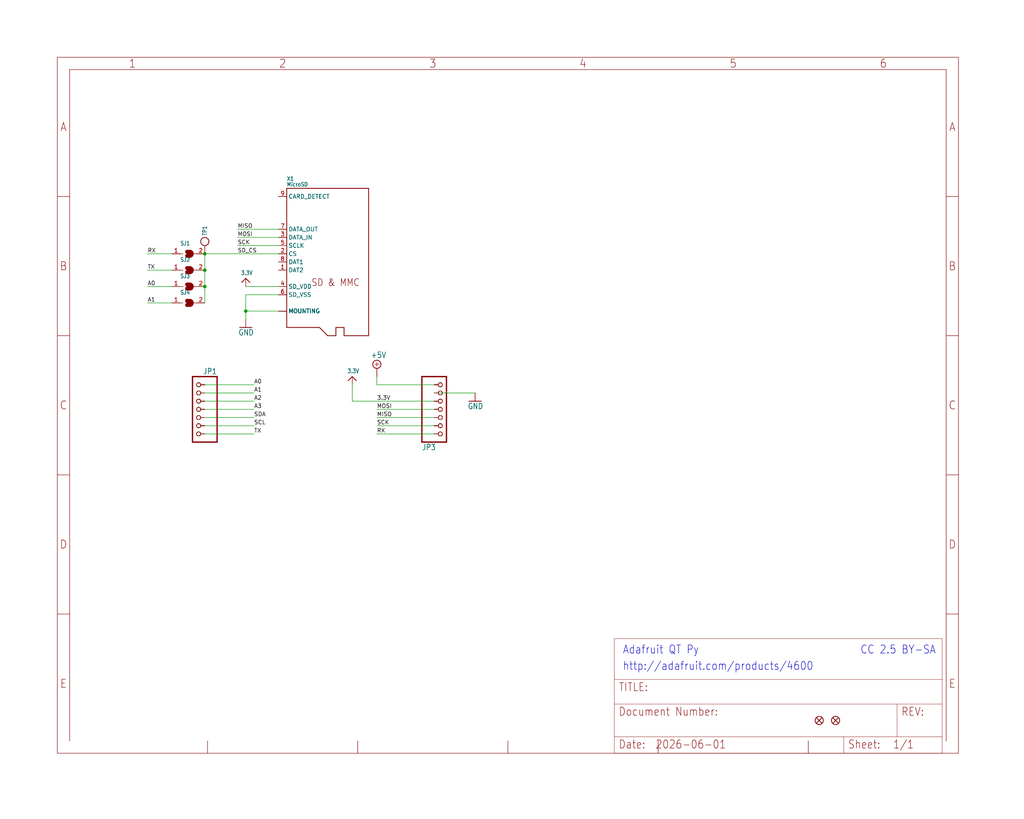
<source format=kicad_sch>
(kicad_sch (version 20230121) (generator eeschema)
  (paper "User" 317.5 254.127)
  (lib_symbols
    (symbol "working-eagle-import:+5V" (power)
      (property "Value" "+5V" (at -1.905 3.175 0))
      (symbol "+5V_1_0"
        (polyline (pts (xy -0.635 1.27) (xy 0.635 1.27)) (stroke (width 0.1524)))
        (polyline (pts (xy 0 0.635) (xy 0 1.905)) (stroke (width 0.1524)))
        (circle (center 0 1.27) (radius 1.27) (stroke (width 0.254)))
        (pin power_in line (at 0 -2.54 90) (length 2.54) (name "+5V") (number "1"))
      )
    )
    (symbol "working-eagle-import:3.3V" (power)
      (property "Value" "3.3V" (at -1.524 1.016 0))
      (symbol "3.3V_1_0"
        (polyline (pts (xy -1.27 -1.27) (xy 0 0)) (stroke (width 0.254)))
        (polyline (pts (xy 0 0) (xy 1.27 -1.27)) (stroke (width 0.254)))
        (pin power_in line (at 0 -2.54 90) (length 2.54) (name "3.3V") (number "1"))
      )
    )
    (symbol "working-eagle-import:FIDUCIAL_1MM"
      (symbol "FIDUCIAL_1MM_1_0"
        (polyline (pts (xy -0.762 0.762) (xy 0.762 -0.762)) (stroke (width 0.254)))
        (polyline (pts (xy 0.762 0.762) (xy -0.762 -0.762)) (stroke (width 0.254)))
        (circle (center 0 0) (radius 1.27) (stroke (width 0.254)))
      )
    )
    (symbol "working-eagle-import:FRAME_A_L"
      (symbol "FRAME_A_L_1_0"
        (polyline (pts (xy 0 43.18) (xy 3.81 43.18)))
        (polyline (pts (xy 0 86.36) (xy 3.81 86.36)))
        (polyline (pts (xy 0 129.54) (xy 3.81 129.54)))
        (polyline (pts (xy 0 172.72) (xy 3.81 172.72)))
        (polyline (pts (xy 3.81 3.81) (xy 3.81 212.09)))
        (polyline (pts (xy 46.5667 0) (xy 46.5667 3.81)))
        (polyline (pts (xy 93.1333 0) (xy 93.1333 3.81)))
        (polyline (pts (xy 139.7 0) (xy 139.7 3.81)))
        (polyline (pts (xy 186.2667 0) (xy 186.2667 3.81)))
        (polyline (pts (xy 232.8333 0) (xy 232.8333 3.81)))
        (polyline (pts (xy 275.59 3.81) (xy 275.59 212.09)))
        (polyline (pts (xy 275.59 43.18) (xy 279.4 43.18)))
        (polyline (pts (xy 275.59 86.36) (xy 279.4 86.36)))
        (polyline (pts (xy 275.59 129.54) (xy 279.4 129.54)))
        (polyline (pts (xy 275.59 172.72) (xy 279.4 172.72)))
        (polyline (pts (xy 275.59 212.09) (xy 3.81 212.09)))
        (polyline (pts (xy 0 0) (xy 279.4 0) (xy 279.4 215.9) (xy 0 215.9) (xy 0 0)))
        (text "1" (at 23.2833 213.995 0) (effects (font (size 2.54 2.286))))
        (text "2" (at 69.85 213.995 0) (effects (font (size 2.54 2.286))))
        (text "3" (at 116.4167 213.995 0) (effects (font (size 2.54 2.286))))
        (text "4" (at 162.9833 213.995 0) (effects (font (size 2.54 2.286))))
        (text "5" (at 209.55 213.995 0) (effects (font (size 2.54 2.286))))
        (text "6" (at 256.1167 213.995 0) (effects (font (size 2.54 2.286))))
        (text "A" (at 1.905 194.31 0) (effects (font (size 2.54 2.286))))
        (text "A" (at 277.495 194.31 0) (effects (font (size 2.54 2.286))))
        (text "B" (at 1.905 151.13 0) (effects (font (size 2.54 2.286))))
        (text "B" (at 277.495 151.13 0) (effects (font (size 2.54 2.286))))
        (text "C" (at 1.905 107.95 0) (effects (font (size 2.54 2.286))))
        (text "C" (at 277.495 107.95 0) (effects (font (size 2.54 2.286))))
        (text "D" (at 1.905 64.77 0) (effects (font (size 2.54 2.286))))
        (text "D" (at 277.495 64.77 0) (effects (font (size 2.54 2.286))))
        (text "E" (at 1.905 21.59 0) (effects (font (size 2.54 2.286))))
        (text "E" (at 277.495 21.59 0) (effects (font (size 2.54 2.286))))
      )
      (symbol "FRAME_A_L_2_0"
        (polyline (pts (xy 0 0) (xy 0 5.08)) (stroke (width 0.1016)))
        (polyline (pts (xy 0 0) (xy 71.12 0)) (stroke (width 0.1016)))
        (polyline (pts (xy 0 5.08) (xy 0 15.24)) (stroke (width 0.1016)))
        (polyline (pts (xy 0 5.08) (xy 71.12 5.08)) (stroke (width 0.1016)))
        (polyline (pts (xy 0 15.24) (xy 0 22.86)) (stroke (width 0.1016)))
        (polyline (pts (xy 0 22.86) (xy 0 35.56)) (stroke (width 0.1016)))
        (polyline (pts (xy 0 22.86) (xy 101.6 22.86)) (stroke (width 0.1016)))
        (polyline (pts (xy 71.12 0) (xy 101.6 0)) (stroke (width 0.1016)))
        (polyline (pts (xy 71.12 5.08) (xy 71.12 0)) (stroke (width 0.1016)))
        (polyline (pts (xy 71.12 5.08) (xy 87.63 5.08)) (stroke (width 0.1016)))
        (polyline (pts (xy 87.63 5.08) (xy 101.6 5.08)) (stroke (width 0.1016)))
        (polyline (pts (xy 87.63 15.24) (xy 0 15.24)) (stroke (width 0.1016)))
        (polyline (pts (xy 87.63 15.24) (xy 87.63 5.08)) (stroke (width 0.1016)))
        (polyline (pts (xy 101.6 5.08) (xy 101.6 0)) (stroke (width 0.1016)))
        (polyline (pts (xy 101.6 15.24) (xy 87.63 15.24)) (stroke (width 0.1016)))
        (polyline (pts (xy 101.6 15.24) (xy 101.6 5.08)) (stroke (width 0.1016)))
        (polyline (pts (xy 101.6 22.86) (xy 101.6 15.24)) (stroke (width 0.1016)))
        (polyline (pts (xy 101.6 35.56) (xy 0 35.56)) (stroke (width 0.1016)))
        (polyline (pts (xy 101.6 35.56) (xy 101.6 22.86)) (stroke (width 0.1016)))
        (text "${#}/${##}" (at 86.36 1.27 0) (effects (font (size 2.54 2.159)) (justify left bottom)))
        (text "${CURRENT_DATE}" (at 12.7 1.27 0) (effects (font (size 2.54 2.159)) (justify left bottom)))
        (text "${PROJECTNAME}" (at 17.78 19.05 0) (effects (font (size 2.54 2.159)) (justify left bottom)))
        (text "Date:" (at 1.27 1.27 0) (effects (font (size 2.54 2.159)) (justify left bottom)))
        (text "Document Number:" (at 1.27 11.43 0) (effects (font (size 2.54 2.159)) (justify left bottom)))
        (text "REV:" (at 88.9 11.43 0) (effects (font (size 2.54 2.159)) (justify left bottom)))
        (text "Sheet:" (at 72.39 1.27 0) (effects (font (size 2.54 2.159)) (justify left bottom)))
        (text "TITLE:" (at 1.27 19.05 0) (effects (font (size 2.54 2.159)) (justify left bottom)))
      )
    )
    (symbol "working-eagle-import:GND" (power)
      (property "Value" "GND" (at -2.54 -2.54 0))
      (symbol "GND_1_0"
        (polyline (pts (xy -1.905 0) (xy 1.905 0)) (stroke (width 0.254)))
        (pin power_in line (at 0 2.54 270) (length 2.54) (name "GND") (number "1"))
      )
    )
    (symbol "working-eagle-import:HEADER-1X7_CASTEL"
      (property "Reference" "JP" (at -6.35 10.795 0))
      (symbol "HEADER-1X7_CASTEL_1_0"
        (polyline (pts (xy -6.35 -10.16) (xy 1.27 -10.16)) (stroke (width 0.4064)))
        (polyline (pts (xy -6.35 10.16) (xy -6.35 -10.16)) (stroke (width 0.4064)))
        (polyline (pts (xy 1.27 -10.16) (xy 1.27 10.16)) (stroke (width 0.4064)))
        (polyline (pts (xy 1.27 10.16) (xy -6.35 10.16)) (stroke (width 0.4064)))
        (pin passive inverted (at -2.54 7.62 0) (length 2.54) (name "1") (number "1"))
        (pin passive inverted (at -2.54 7.62 0) (length 2.54) (name "1") (number "1C"))
        (pin passive inverted (at -2.54 5.08 0) (length 2.54) (name "2") (number "2"))
        (pin passive inverted (at -2.54 5.08 0) (length 2.54) (name "2") (number "2C"))
        (pin passive inverted (at -2.54 2.54 0) (length 2.54) (name "3") (number "3"))
        (pin passive inverted (at -2.54 2.54 0) (length 2.54) (name "3") (number "3C"))
        (pin passive inverted (at -2.54 0 0) (length 2.54) (name "4") (number "4"))
        (pin passive inverted (at -2.54 0 0) (length 2.54) (name "4") (number "4C"))
        (pin passive inverted (at -2.54 -2.54 0) (length 2.54) (name "5") (number "5"))
        (pin passive inverted (at -2.54 -2.54 0) (length 2.54) (name "5") (number "5C"))
        (pin passive inverted (at -2.54 -5.08 0) (length 2.54) (name "6") (number "6"))
        (pin passive inverted (at -2.54 -5.08 0) (length 2.54) (name "6") (number "6C"))
        (pin passive inverted (at -2.54 -7.62 0) (length 2.54) (name "7") (number "7"))
        (pin passive inverted (at -2.54 -7.62 0) (length 2.54) (name "7") (number "7C"))
      )
    )
    (symbol "working-eagle-import:MICROSD104031-0811"
      (property "Reference" "X" (at -12.7 22.606 0))
      (symbol "MICROSD104031-0811_1_0"
        (polyline (pts (xy -12.7 -22.86) (xy -2.54 -22.86)) (stroke (width 0.254)))
        (polyline (pts (xy -12.7 20.32) (xy -12.7 -22.86)) (stroke (width 0.254)))
        (polyline (pts (xy -2.54 -22.86) (xy 0 -25.4)) (stroke (width 0.254)))
        (polyline (pts (xy 0 -25.4) (xy 2.54 -25.4)) (stroke (width 0.254)))
        (polyline (pts (xy 2.54 -25.4) (xy 2.54 -22.86)) (stroke (width 0.254)))
        (polyline (pts (xy 2.54 -22.86) (xy 5.08 -22.86)) (stroke (width 0.254)))
        (polyline (pts (xy 5.08 -25.4) (xy 12.7 -25.4)) (stroke (width 0.254)))
        (polyline (pts (xy 5.08 -22.86) (xy 5.08 -25.4)) (stroke (width 0.254)))
        (polyline (pts (xy 12.7 -25.4) (xy 12.7 20.32)) (stroke (width 0.254)))
        (polyline (pts (xy 12.7 20.32) (xy -12.7 20.32)) (stroke (width 0.254)))
        (text "SD & MMC" (at -5.08 -10.16 0) (effects (font (size 2.1844 1.8567)) (justify left bottom)))
        (pin bidirectional line (at -15.24 -5.08 0) (length 2.54) (name "DAT2") (number "1"))
        (pin passive line (at -15.24 -17.78 0) (length 2.54) (name "MOUNTING") (number "10"))
        (pin input line (at -15.24 0 0) (length 2.54) (name "CS") (number "2"))
        (pin input line (at -15.24 5.08 0) (length 2.54) (name "DATA_IN") (number "3"))
        (pin power_in line (at -15.24 -10.16 0) (length 2.54) (name "SD_VDD") (number "4"))
        (pin input line (at -15.24 2.54 0) (length 2.54) (name "SCLK") (number "5"))
        (pin power_in line (at -15.24 -12.7 0) (length 2.54) (name "SD_VSS") (number "6"))
        (pin output line (at -15.24 7.62 0) (length 2.54) (name "DATA_OUT") (number "7"))
        (pin bidirectional line (at -15.24 -2.54 0) (length 2.54) (name "DAT1") (number "8"))
        (pin passive line (at -15.24 17.78 0) (length 2.54) (name "CARD_DETECT") (number "9"))
        (pin passive line (at -15.24 -17.78 0) (length 2.54) (name "MOUNTING") (number "G1"))
        (pin passive line (at -15.24 -17.78 0) (length 2.54) (name "MOUNTING") (number "G2"))
        (pin passive line (at -15.24 -17.78 0) (length 2.54) (name "MOUNTING") (number "G3"))
        (pin passive line (at -15.24 -17.78 0) (length 2.54) (name "MOUNTING") (number "G4"))
      )
    )
    (symbol "working-eagle-import:SOLDERJUMPER"
      (property "Reference" "SJ" (at -2.54 2.54 0))
      (symbol "SOLDERJUMPER_1_0"
        (arc (start -0.381 -0.635) (mid 0.2541 -0.0001) (end -0.3808 0.635) (stroke (width 1.27)))
        (polyline (pts (xy -2.54 0) (xy -1.651 0)) (stroke (width 0.1524)))
        (polyline (pts (xy 2.54 0) (xy 1.651 0)) (stroke (width 0.1524)))
        (arc (start 0.3808 -0.635) (mid 1.0132 -0.0001) (end 0.381 0.635) (stroke (width 1.27)))
        (pin passive line (at -5.08 0 0) (length 2.54) (name "1") (number "1"))
        (pin passive line (at 5.08 0 180) (length 2.54) (name "2") (number "2"))
      )
    )
    (symbol "working-eagle-import:SOLDERJUMPERCLOSED"
      (property "Reference" "SJ" (at -2.54 2.54 0))
      (symbol "SOLDERJUMPERCLOSED_1_0"
        (arc (start -0.381 -0.635) (mid 0.2541 -0.0001) (end -0.3808 0.635) (stroke (width 1.27)))
        (polyline (pts (xy -2.54 0) (xy -1.651 0)) (stroke (width 0.1524)))
        (polyline (pts (xy 2.54 0) (xy 1.651 0)) (stroke (width 0.1524)))
        (arc (start 0.3808 -0.635) (mid 1.0132 -0.0001) (end 0.381 0.635) (stroke (width 1.27)))
        (pin passive line (at -5.08 0 0) (length 2.54) (name "1") (number "1"))
        (pin passive line (at 5.08 0 180) (length 2.54) (name "2") (number "2"))
      )
    )
    (symbol "working-eagle-import:TESTPOINTPAD1MM"
      (property "Reference" "TP" (at 0 5.588 90))
      (symbol "TESTPOINTPAD1MM_1_0"
        (circle (center 0 3.81) (radius 1.27) (stroke (width 0.254)))
        (pin bidirectional line (at 0 0 90) (length 2.54) (name "P$1") (number "P$1"))
      )
    )
  )
  (junction (at 63.5 88.9))
  (junction (at 63.5 78.74))
  (junction (at 76.2 96.52))
  (junction (at 63.5 83.82))
  (wire (pts (xy 63.5 83.82) (xy 63.5 88.9)) (stroke (width 0.1524)))
  (wire (pts (xy 86.36 71.12) (xy 73.66 71.12)) (stroke (width 0.1524)))
  (wire (pts (xy 86.36 91.44) (xy 76.2 91.44)) (stroke (width 0.1524)))
  (wire (pts (xy 134.62 129.54) (xy 116.84 129.54)) (stroke (width 0.1524)))
  (wire (pts (xy 116.84 127) (xy 134.62 127)) (stroke (width 0.1524)))
  (wire (pts (xy 76.2 96.52) (xy 76.2 99.06)) (stroke (width 0.1524)))
  (wire (pts (xy 76.2 96.52) (xy 86.36 96.52)) (stroke (width 0.1524)))
  (wire (pts (xy 53.34 83.82) (xy 45.72 83.82)) (stroke (width 0.1524)))
  (wire (pts (xy 53.34 93.98) (xy 45.72 93.98)) (stroke (width 0.1524)))
  (wire (pts (xy 45.72 88.9) (xy 53.34 88.9)) (stroke (width 0.1524)))
  (wire (pts (xy 134.62 121.92) (xy 147.32 121.92)) (stroke (width 0.1524)))
  (wire (pts (xy 63.5 88.9) (xy 63.5 93.98)) (stroke (width 0.1524)))
  (wire (pts (xy 53.34 78.74) (xy 45.72 78.74)) (stroke (width 0.1524)))
  (wire (pts (xy 109.22 124.46) (xy 109.22 119.38)) (stroke (width 0.1524)))
  (wire (pts (xy 63.5 78.74) (xy 63.5 83.82)) (stroke (width 0.1524)))
  (wire (pts (xy 78.74 129.54) (xy 63.5 129.54)) (stroke (width 0.1524)))
  (wire (pts (xy 63.5 119.38) (xy 78.74 119.38)) (stroke (width 0.1524)))
  (wire (pts (xy 63.5 127) (xy 78.74 127)) (stroke (width 0.1524)))
  (wire (pts (xy 78.74 134.62) (xy 63.5 134.62)) (stroke (width 0.1524)))
  (wire (pts (xy 78.74 124.46) (xy 63.5 124.46)) (stroke (width 0.1524)))
  (wire (pts (xy 116.84 119.38) (xy 116.84 116.84)) (stroke (width 0.1524)))
  (wire (pts (xy 134.62 134.62) (xy 116.84 134.62)) (stroke (width 0.1524)))
  (wire (pts (xy 76.2 91.44) (xy 76.2 96.52)) (stroke (width 0.1524)))
  (wire (pts (xy 134.62 124.46) (xy 109.22 124.46)) (stroke (width 0.1524)))
  (wire (pts (xy 63.5 78.74) (xy 86.36 78.74)) (stroke (width 0.1524)))
  (wire (pts (xy 116.84 132.08) (xy 134.62 132.08)) (stroke (width 0.1524)))
  (wire (pts (xy 86.36 76.2) (xy 73.66 76.2)) (stroke (width 0.1524)))
  (wire (pts (xy 73.66 73.66) (xy 86.36 73.66)) (stroke (width 0.1524)))
  (wire (pts (xy 63.5 132.08) (xy 78.74 132.08)) (stroke (width 0.1524)))
  (wire (pts (xy 134.62 119.38) (xy 116.84 119.38)) (stroke (width 0.1524)))
  (wire (pts (xy 63.5 121.92) (xy 78.74 121.92)) (stroke (width 0.1524)))
  (wire (pts (xy 86.36 88.9) (xy 76.2 88.9)) (stroke (width 0.1524)))
  (text "http://adafruit.com/products/4600" (at 193.04 208.28 0) (effects (font (size 2.54 2.159)) (justify left bottom)))
  (text "Adafruit QT Py" (at 193.04 203.2 0) (effects (font (size 2.54 2.159)) (justify left bottom)))
  (text "CC 2.5 BY-SA" (at 266.7 203.2 0) (effects (font (size 2.54 2.159)) (justify left bottom)))
  (label "RX" (at 45.72 78.74 0) (effects (font (size 1.2446 1.2446))))
  (label "3.3V" (at 116.84 124.46 0) (effects (font (size 1.2446 1.2446))))
  (label "MISO" (at 73.66 71.12 0) (effects (font (size 1.2446 1.2446))))
  (label "A0" (at 78.74 119.38 0) (effects (font (size 1.2446 1.2446))))
  (label "SCK" (at 73.66 76.2 0) (effects (font (size 1.2446 1.2446))))
  (label "A1" (at 45.72 93.98 0) (effects (font (size 1.2446 1.2446))))
  (label "A3" (at 78.74 127 0) (effects (font (size 1.2446 1.2446))))
  (label "SD_CS" (at 73.66 78.74 0) (effects (font (size 1.2446 1.2446))))
  (label "MOSI" (at 116.84 127 0) (effects (font (size 1.2446 1.2446))))
  (label "RX" (at 116.84 134.62 0) (effects (font (size 1.2446 1.2446))))
  (label "A1" (at 78.74 121.92 0) (effects (font (size 1.2446 1.2446))))
  (label "A2" (at 78.74 124.46 0) (effects (font (size 1.2446 1.2446))))
  (label "SCL" (at 78.74 132.08 0) (effects (font (size 1.2446 1.2446))))
  (label "SCK" (at 116.84 132.08 0) (effects (font (size 1.2446 1.2446))))
  (label "MOSI" (at 73.66 73.66 0) (effects (font (size 1.2446 1.2446))))
  (label "TX" (at 45.72 83.82 0) (effects (font (size 1.2446 1.2446))))
  (label "SDA" (at 78.74 129.54 0) (effects (font (size 1.2446 1.2446))))
  (label "A0" (at 45.72 88.9 0) (effects (font (size 1.2446 1.2446))))
  (label "TX" (at 78.74 134.62 0) (effects (font (size 1.2446 1.2446))))
  (label "MISO" (at 116.84 129.54 0) (effects (font (size 1.2446 1.2446))))
  (symbol (lib_id "working-eagle-import:SOLDERJUMPER") (at 58.42 78.74 0) (unit 1)
    (property "Reference" "SJ1" (at 55.88 76.2 0) (effects (font (size 1.27 1.0795)) (justify left bottom)))
    (property "Value" "SOLDERJUMPER" (effects hide))
    (property "Footprint" "working:SOLDERJUMPER_ARROW_NOPASTE" (effects hide))
  )
  (symbol (lib_id "working-eagle-import:FIDUCIAL_1MM") (at 259.08 223.52 0) (unit 1)
    (property "Reference" "U$6" (effects hide))
    (property "Value" "FIDUCIAL_1MM" (effects hide))
    (property "Footprint" "working:FIDUCIAL_1MM" (effects hide))
  )
  (symbol (lib_id "working-eagle-import:FRAME_A_L") (at 190.5 233.68 0) (unit 2)
    (property "Reference" "#FRAME1" (effects hide))
    (property "Value" "FRAME_A_L" (effects hide))
  )
  (symbol (lib_id "working-eagle-import:3.3V") (at 109.22 116.84 0) (unit 1)
    (property "Reference" "#U$4" (effects hide))
    (property "Value" "3.3V" (at 107.696 115.824 0) (effects (font (size 1.27 1.0795)) (justify left bottom)))
  )
  (symbol (lib_id "working-eagle-import:3.3V") (at 76.2 86.36 0) (unit 1)
    (property "Reference" "#U$1" (effects hide))
    (property "Value" "3.3V" (at 74.676 85.344 0) (effects (font (size 1.27 1.0795)) (justify left bottom)))
  )
  (symbol (lib_id "working-eagle-import:SOLDERJUMPER") (at 58.42 93.98 0) (unit 1)
    (property "Reference" "SJ4" (at 55.88 91.44 0) (effects (font (size 1.27 1.0795)) (justify left bottom)))
    (property "Value" "SOLDERJUMPER" (effects hide))
    (property "Footprint" "working:SOLDERJUMPER_ARROW_NOPASTE" (effects hide))
  )
  (symbol (lib_id "working-eagle-import:GND") (at 147.32 124.46 0) (mirror y) (unit 1)
    (property "Reference" "#GND2" (effects hide))
    (property "Value" "GND" (at 149.86 127 0) (effects (font (size 1.778 1.5113)) (justify left bottom)))
  )
  (symbol (lib_id "working-eagle-import:FRAME_A_L") (at 17.78 233.68 0) (unit 1)
    (property "Reference" "#FRAME1" (effects hide))
    (property "Value" "FRAME_A_L" (effects hide))
  )
  (symbol (lib_id "working-eagle-import:SOLDERJUMPER") (at 58.42 88.9 0) (unit 1)
    (property "Reference" "SJ3" (at 55.88 86.36 0) (effects (font (size 1.27 1.0795)) (justify left bottom)))
    (property "Value" "SOLDERJUMPER" (effects hide))
    (property "Footprint" "working:SOLDERJUMPER_ARROW_NOPASTE" (effects hide))
  )
  (symbol (lib_id "working-eagle-import:TESTPOINTPAD1MM") (at 63.5 78.74 0) (unit 1)
    (property "Reference" "TP1" (at 63.5 73.152 90) (effects (font (size 1.27 1.0795)) (justify left)))
    (property "Value" "TESTPOINTPAD1MM" (effects hide))
    (property "Footprint" "working:TESTPOINT_PAD_1MM" (effects hide))
  )
  (symbol (lib_id "working-eagle-import:SOLDERJUMPERCLOSED") (at 58.42 83.82 0) (unit 1)
    (property "Reference" "SJ2" (at 55.88 81.28 0) (effects (font (size 1.27 1.0795)) (justify left bottom)))
    (property "Value" "SOLDERJUMPERCLOSED" (effects hide))
    (property "Footprint" "working:SOLDERJUMPER_CLOSEDWIRE" (effects hide))
  )
  (symbol (lib_id "working-eagle-import:FIDUCIAL_1MM") (at 254 223.52 0) (unit 1)
    (property "Reference" "U$8" (effects hide))
    (property "Value" "FIDUCIAL_1MM" (effects hide))
    (property "Footprint" "working:FIDUCIAL_1MM" (effects hide))
  )
  (symbol (lib_id "working-eagle-import:GND") (at 76.2 101.6 0) (mirror y) (unit 1)
    (property "Reference" "#GND1" (effects hide))
    (property "Value" "GND" (at 78.74 104.14 0) (effects (font (size 1.778 1.5113)) (justify left bottom)))
  )
  (symbol (lib_id "working-eagle-import:+5V") (at 116.84 114.3 0) (unit 1)
    (property "Reference" "#SUPPLY3" (effects hide))
    (property "Value" "+5V" (at 114.935 111.125 0) (effects (font (size 1.778 1.5113)) (justify left bottom)))
  )
  (symbol (lib_id "working-eagle-import:HEADER-1X7_CASTEL") (at 137.16 127 0) (mirror x) (unit 1)
    (property "Reference" "JP3" (at 130.81 137.795 0) (effects (font (size 1.778 1.5113)) (justify left bottom)))
    (property "Value" "HEADER-1X7_CASTEL" (effects hide))
    (property "Footprint" "working:1X07_CASTEL" (effects hide))
  )
  (symbol (lib_id "working-eagle-import:MICROSD104031-0811") (at 101.6 78.74 0) (unit 1)
    (property "Reference" "X1" (at 88.9 56.134 0) (effects (font (size 1.27 1.0795)) (justify left bottom)))
    (property "Value" "MicroSD" (at 88.9 57.912 0) (effects (font (size 1.27 1.0795)) (justify left bottom)))
    (property "Footprint" "working:MOLEX_104031-0811" (effects hide))
  )
  (symbol (lib_id "working-eagle-import:HEADER-1X7_CASTEL") (at 60.96 127 0) (mirror y) (unit 1)
    (property "Reference" "JP1" (at 67.31 116.205 0) (effects (font (size 1.778 1.5113)) (justify left bottom)))
    (property "Value" "HEADER-1X7_CASTEL" (effects hide))
    (property "Footprint" "working:1X07_CASTEL" (effects hide))
  )
)
</source>
